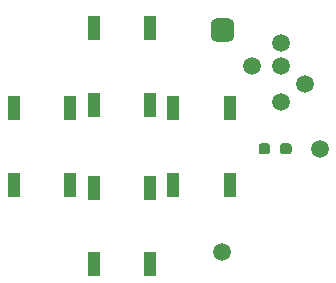
<source format=gbr>
%TF.GenerationSoftware,KiCad,Pcbnew,5.1.9+dfsg1-1*%
%TF.CreationDate,2022-06-22T08:53:18+01:00*%
%TF.ProjectId,ds_lite_clicky_d_pad,64735f6c-6974-4655-9f63-6c69636b795f,rev?*%
%TF.SameCoordinates,Original*%
%TF.FileFunction,Soldermask,Top*%
%TF.FilePolarity,Negative*%
%FSLAX46Y46*%
G04 Gerber Fmt 4.6, Leading zero omitted, Abs format (unit mm)*
G04 Created by KiCad (PCBNEW 5.1.9+dfsg1-1) date 2022-06-22 08:53:18*
%MOMM*%
%LPD*%
G01*
G04 APERTURE LIST*
%ADD10R,1.000000X2.000000*%
%ADD11C,1.500000*%
G04 APERTURE END LIST*
D10*
%TO.C,SW4*%
X147436840Y-90545920D03*
X152212040Y-90545920D03*
X152212040Y-97048320D03*
X147436840Y-97048320D03*
%TD*%
%TO.C,SW1*%
X140685520Y-83789520D03*
X145460720Y-83789520D03*
X145460720Y-90291920D03*
X140685520Y-90291920D03*
%TD*%
%TO.C,R1*%
G36*
G01*
X157442360Y-93772980D02*
X157442360Y-94247980D01*
G75*
G02*
X157204860Y-94485480I-237500J0D01*
G01*
X156704860Y-94485480D01*
G75*
G02*
X156467360Y-94247980I0J237500D01*
G01*
X156467360Y-93772980D01*
G75*
G02*
X156704860Y-93535480I237500J0D01*
G01*
X157204860Y-93535480D01*
G75*
G02*
X157442360Y-93772980I0J-237500D01*
G01*
G37*
G36*
G01*
X155617360Y-93772980D02*
X155617360Y-94247980D01*
G75*
G02*
X155379860Y-94485480I-237500J0D01*
G01*
X154879860Y-94485480D01*
G75*
G02*
X154642360Y-94247980I0J237500D01*
G01*
X154642360Y-93772980D01*
G75*
G02*
X154879860Y-93535480I237500J0D01*
G01*
X155379860Y-93535480D01*
G75*
G02*
X155617360Y-93772980I0J-237500D01*
G01*
G37*
%TD*%
D11*
%TO.C,TP1*%
X156575760Y-85029040D03*
%TD*%
%TO.C,TP5*%
X156575760Y-87020400D03*
%TD*%
%TO.C,TP6*%
X156570680Y-90037920D03*
%TD*%
%TO.C,TP4*%
X154071320Y-87020400D03*
%TD*%
%TO.C,TP3*%
X159821880Y-94040960D03*
%TD*%
%TO.C,TP2*%
X151571960Y-102788720D03*
%TD*%
%TO.C,TP7*%
X158577280Y-88534240D03*
%TD*%
D10*
%TO.C,SW3*%
X140685520Y-97297240D03*
X145460720Y-97297240D03*
X145460720Y-103799640D03*
X140685520Y-103799640D03*
%TD*%
%TO.C,SW2*%
X133934200Y-90551000D03*
X138709400Y-90551000D03*
X138709400Y-97053400D03*
X133934200Y-97053400D03*
%TD*%
%TO.C,SP+*%
G36*
G01*
X150602440Y-84457160D02*
X150602440Y-83457160D01*
G75*
G02*
X151102440Y-82957160I500000J0D01*
G01*
X152102440Y-82957160D01*
G75*
G02*
X152602440Y-83457160I0J-500000D01*
G01*
X152602440Y-84457160D01*
G75*
G02*
X152102440Y-84957160I-500000J0D01*
G01*
X151102440Y-84957160D01*
G75*
G02*
X150602440Y-84457160I0J500000D01*
G01*
G37*
%TD*%
M02*

</source>
